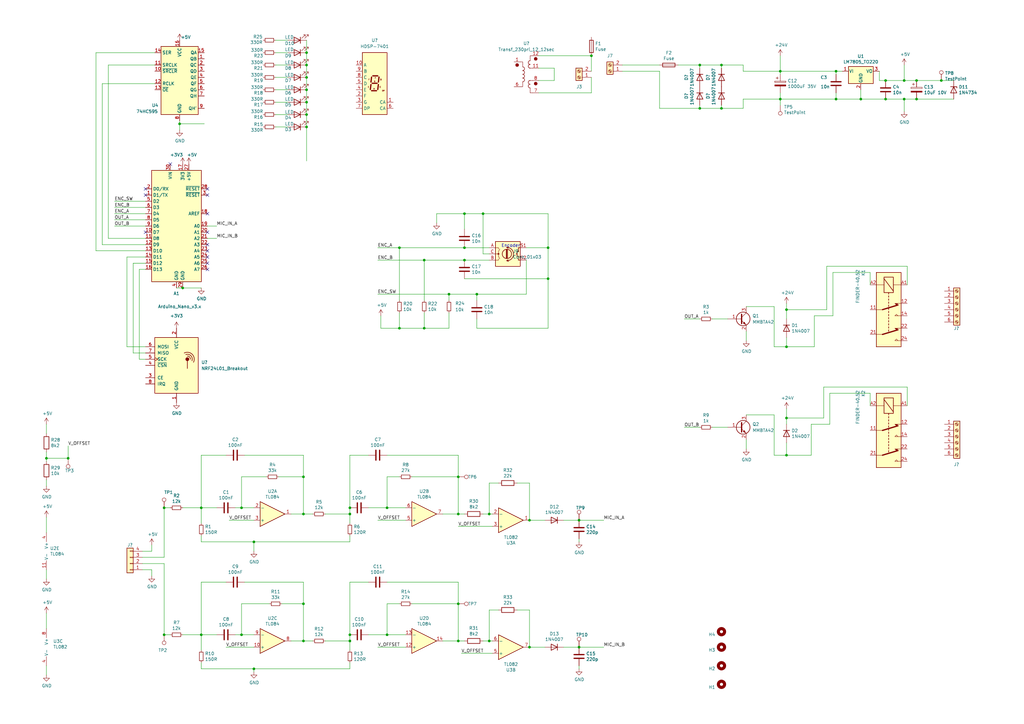
<source format=kicad_sch>
(kicad_sch (version 20211123) (generator eeschema)
  (paper "A3")
  (junction (at 200.66 210.82))
  (junction (at 287.02 26.67))
  (junction (at 163.83 101.6))
  (junction (at 173.99 106.68))
  (junction (at 217.17 265.43))
  (junction (at 322.58 127))
  (junction (at 143.51 260.35))
  (junction (at 187.96 210.82))
  (junction (at 386.08 33.02))
  (junction (at 190.5 87.63))
  (junction (at 224.79 101.6))
  (junction (at 124.46 247.65))
  (junction (at 104.14 274.32))
  (junction (at 342.9 40.64))
  (junction (at 287.02 44.45))
  (junction (at 370.84 40.64))
  (junction (at 82.55 208.28))
  (junction (at 224.79 114.3))
  (junction (at 375.92 40.64))
  (junction (at 320.04 29.21))
  (junction (at 124.46 210.82))
  (junction (at 158.75 208.28))
  (junction (at 73.66 50.8))
  (junction (at 67.31 260.35))
  (junction (at 125.73 26.67))
  (junction (at 363.22 40.64))
  (junction (at 200.66 262.89))
  (junction (at 82.55 260.35))
  (junction (at 342.9 29.21))
  (junction (at 295.91 44.45))
  (junction (at 143.51 208.28))
  (junction (at 19.05 187.96))
  (junction (at 124.46 262.89))
  (junction (at 173.99 134.62))
  (junction (at 322.58 142.24))
  (junction (at 237.49 213.36))
  (junction (at 187.96 195.58))
  (junction (at 125.73 31.75))
  (junction (at 125.73 41.91))
  (junction (at 198.12 87.63))
  (junction (at 184.15 120.65))
  (junction (at 363.22 33.02))
  (junction (at 125.73 21.59))
  (junction (at 353.06 40.64))
  (junction (at 322.58 171.45))
  (junction (at 104.14 222.25))
  (junction (at 322.58 186.69))
  (junction (at 242.57 22.86))
  (junction (at 143.51 262.89))
  (junction (at 99.06 208.28))
  (junction (at 74.93 118.11))
  (junction (at 187.96 247.65))
  (junction (at 158.75 260.35))
  (junction (at 125.73 52.07))
  (junction (at 124.46 195.58))
  (junction (at 237.49 265.43))
  (junction (at 99.06 260.35))
  (junction (at 190.5 101.6))
  (junction (at 195.58 120.65))
  (junction (at 295.91 26.67))
  (junction (at 125.73 46.99))
  (junction (at 370.84 33.02))
  (junction (at 163.83 134.62))
  (junction (at 190.5 106.68))
  (junction (at 187.96 262.89))
  (junction (at 67.31 208.28))
  (junction (at 125.73 36.83))
  (junction (at 217.17 213.36))
  (junction (at 27.94 187.96))
  (junction (at 375.92 33.02))
  (junction (at 320.04 40.64))
  (junction (at 143.51 210.82))
  (no_connect (at 85.09 87.63))
  (no_connect (at 85.09 80.01))
  (no_connect (at 85.09 110.49))
  (no_connect (at 59.69 77.47))
  (no_connect (at 85.09 107.95))
  (no_connect (at 69.85 67.31))
  (no_connect (at 85.09 105.41))
  (no_connect (at 85.09 100.33))
  (no_connect (at 85.09 95.25))
  (no_connect (at 59.69 95.25))
  (no_connect (at 85.09 77.47))
  (no_connect (at 59.69 80.01))
  (no_connect (at 85.09 102.87))
  (wire (pts (xy 163.83 134.62) (xy 173.99 134.62)))
  (wire (pts (xy 154.94 101.6) (xy 163.83 101.6)))
  (wire (pts (xy 342.9 29.21) (xy 345.44 29.21)))
  (wire (pts (xy 200.66 262.89) (xy 201.93 262.89)))
  (wire (pts (xy 109.22 195.58) (xy 99.06 195.58)))
  (wire (pts (xy 158.75 238.76) (xy 187.96 238.76)))
  (wire (pts (xy 353.06 36.83) (xy 353.06 40.64)))
  (wire (pts (xy 386.08 33.02) (xy 375.92 33.02)))
  (wire (pts (xy 187.96 215.9) (xy 201.93 215.9)))
  (wire (pts (xy 113.03 31.75) (xy 118.11 31.75)))
  (wire (pts (xy 237.49 273.05) (xy 237.49 274.32)))
  (wire (pts (xy 322.58 127) (xy 322.58 130.81)))
  (wire (pts (xy 190.5 101.6) (xy 200.66 101.6)))
  (wire (pts (xy 342.9 40.64) (xy 353.06 40.64)))
  (wire (pts (xy 125.73 52.07) (xy 125.73 66.04)))
  (wire (pts (xy 143.51 208.28) (xy 143.51 186.69)))
  (wire (pts (xy 125.73 26.67) (xy 125.73 31.75)))
  (wire (pts (xy 339.09 109.22) (xy 372.11 109.22)))
  (wire (pts (xy 72.39 118.11) (xy 74.93 118.11)))
  (wire (pts (xy 154.94 106.68) (xy 173.99 106.68)))
  (wire (pts (xy 82.55 260.35) (xy 82.55 266.7)))
  (wire (pts (xy 104.14 222.25) (xy 143.51 222.25)))
  (wire (pts (xy 19.05 212.09) (xy 19.05 218.44)))
  (wire (pts (xy 19.05 185.42) (xy 19.05 187.96)))
  (wire (pts (xy 41.91 100.33) (xy 59.69 100.33)))
  (wire (pts (xy 334.01 129.54) (xy 334.01 142.24)))
  (wire (pts (xy 54.61 107.95) (xy 59.69 107.95)))
  (wire (pts (xy 67.31 208.28) (xy 69.85 208.28)))
  (wire (pts (xy 173.99 134.62) (xy 184.15 134.62)))
  (wire (pts (xy 63.5 34.29) (xy 41.91 34.29)))
  (wire (pts (xy 195.58 134.62) (xy 195.58 130.81)))
  (wire (pts (xy 143.51 222.25) (xy 143.51 219.71)))
  (wire (pts (xy 114.3 195.58) (xy 124.46 195.58)))
  (wire (pts (xy 227.33 33.02) (xy 227.33 27.94)))
  (wire (pts (xy 143.51 186.69) (xy 151.13 186.69)))
  (wire (pts (xy 63.5 21.59) (xy 39.37 21.59)))
  (wire (pts (xy 85.09 97.79) (xy 88.9 97.79)))
  (wire (pts (xy 320.04 40.64) (xy 320.04 43.18)))
  (wire (pts (xy 82.55 238.76) (xy 92.71 238.76)))
  (wire (pts (xy 82.55 222.25) (xy 82.55 219.71)))
  (wire (pts (xy 82.55 186.69) (xy 92.71 186.69)))
  (wire (pts (xy 143.51 210.82) (xy 143.51 208.28)))
  (wire (pts (xy 340.36 173.99) (xy 340.36 161.29)))
  (wire (pts (xy 99.06 208.28) (xy 104.14 208.28)))
  (wire (pts (xy 19.05 187.96) (xy 19.05 189.23)))
  (wire (pts (xy 195.58 123.19) (xy 195.58 120.65)))
  (wire (pts (xy 231.14 213.36) (xy 237.49 213.36)))
  (wire (pts (xy 332.74 173.99) (xy 340.36 173.99)))
  (wire (pts (xy 237.49 213.36) (xy 247.65 213.36)))
  (wire (pts (xy 212.09 250.19) (xy 217.17 250.19)))
  (wire (pts (xy 200.66 198.12) (xy 200.66 210.82)))
  (wire (pts (xy 372.11 109.22) (xy 372.11 116.84)))
  (wire (pts (xy 173.99 123.19) (xy 173.99 106.68)))
  (wire (pts (xy 82.55 260.35) (xy 82.55 238.76)))
  (wire (pts (xy 124.46 262.89) (xy 119.38 262.89)))
  (wire (pts (xy 46.99 85.09) (xy 59.69 85.09)))
  (wire (pts (xy 217.17 250.19) (xy 217.17 265.43)))
  (wire (pts (xy 304.8 26.67) (xy 304.8 29.21)))
  (wire (pts (xy 317.5 186.69) (xy 322.58 186.69)))
  (wire (pts (xy 255.27 26.67) (xy 270.51 26.67)))
  (wire (pts (xy 82.55 208.28) (xy 88.9 208.28)))
  (wire (pts (xy 200.66 210.82) (xy 201.93 210.82)))
  (wire (pts (xy 19.05 273.05) (xy 19.05 276.86)))
  (wire (pts (xy 163.83 123.19) (xy 163.83 101.6)))
  (wire (pts (xy 306.07 184.15) (xy 306.07 180.34)))
  (wire (pts (xy 163.83 101.6) (xy 190.5 101.6)))
  (wire (pts (xy 19.05 196.85) (xy 19.05 199.39)))
  (wire (pts (xy 190.5 114.3) (xy 224.79 114.3)))
  (wire (pts (xy 128.27 210.82) (xy 124.46 210.82)))
  (wire (pts (xy 184.15 123.19) (xy 184.15 120.65)))
  (wire (pts (xy 59.69 144.78) (xy 54.61 144.78)))
  (wire (pts (xy 124.46 247.65) (xy 124.46 262.89)))
  (wire (pts (xy 104.14 274.32) (xy 143.51 274.32)))
  (wire (pts (xy 54.61 144.78) (xy 54.61 107.95)))
  (wire (pts (xy 93.98 213.36) (xy 104.14 213.36)))
  (wire (pts (xy 124.46 238.76) (xy 124.46 247.65)))
  (wire (pts (xy 334.01 142.24) (xy 322.58 142.24)))
  (wire (pts (xy 125.73 31.75) (xy 125.73 36.83)))
  (wire (pts (xy 125.73 36.83) (xy 125.73 41.91)))
  (wire (pts (xy 85.09 92.71) (xy 88.9 92.71)))
  (wire (pts (xy 58.42 226.06) (xy 62.23 226.06)))
  (wire (pts (xy 217.17 265.43) (xy 223.52 265.43)))
  (wire (pts (xy 317.5 170.18) (xy 317.5 186.69)))
  (wire (pts (xy 163.83 128.27) (xy 163.83 134.62)))
  (wire (pts (xy 73.66 50.8) (xy 73.66 53.34)))
  (wire (pts (xy 143.51 214.63) (xy 143.51 210.82)))
  (wire (pts (xy 322.58 171.45) (xy 322.58 173.99)))
  (wire (pts (xy 320.04 30.48) (xy 320.04 29.21)))
  (wire (pts (xy 52.07 142.24) (xy 52.07 105.41)))
  (wire (pts (xy 356.87 111.76) (xy 341.63 111.76)))
  (wire (pts (xy 187.96 210.82) (xy 190.5 210.82)))
  (wire (pts (xy 82.55 274.32) (xy 104.14 274.32)))
  (wire (pts (xy 220.98 22.86) (xy 242.57 22.86)))
  (wire (pts (xy 198.12 104.14) (xy 200.66 104.14)))
  (wire (pts (xy 143.51 262.89) (xy 143.51 260.35)))
  (wire (pts (xy 372.11 158.75) (xy 372.11 166.37)))
  (wire (pts (xy 242.57 31.75) (xy 242.57 38.1)))
  (wire (pts (xy 280.67 175.26) (xy 287.02 175.26)))
  (wire (pts (xy 118.11 26.67) (xy 113.03 26.67)))
  (wire (pts (xy 158.75 186.69) (xy 187.96 186.69)))
  (wire (pts (xy 163.83 247.65) (xy 158.75 247.65)))
  (wire (pts (xy 154.94 265.43) (xy 166.37 265.43)))
  (wire (pts (xy 295.91 26.67) (xy 304.8 26.67)))
  (wire (pts (xy 190.5 93.98) (xy 190.5 87.63)))
  (wire (pts (xy 304.8 29.21) (xy 320.04 29.21)))
  (wire (pts (xy 184.15 120.65) (xy 195.58 120.65)))
  (wire (pts (xy 287.02 44.45) (xy 287.02 43.18)))
  (wire (pts (xy 322.58 127) (xy 339.09 127)))
  (wire (pts (xy 375.92 33.02) (xy 370.84 33.02)))
  (wire (pts (xy 92.71 265.43) (xy 104.14 265.43)))
  (wire (pts (xy 287.02 44.45) (xy 295.91 44.45)))
  (wire (pts (xy 58.42 228.6) (xy 67.31 228.6)))
  (wire (pts (xy 99.06 247.65) (xy 99.06 260.35)))
  (wire (pts (xy 217.17 213.36) (xy 223.52 213.36)))
  (wire (pts (xy 304.8 40.64) (xy 320.04 40.64)))
  (wire (pts (xy 217.17 198.12) (xy 217.17 213.36)))
  (wire (pts (xy 322.58 186.69) (xy 332.74 186.69)))
  (wire (pts (xy 363.22 33.02) (xy 370.84 33.02)))
  (wire (pts (xy 46.99 92.71) (xy 59.69 92.71)))
  (wire (pts (xy 320.04 22.86) (xy 320.04 29.21)))
  (wire (pts (xy 215.9 120.65) (xy 195.58 120.65)))
  (wire (pts (xy 115.57 247.65) (xy 124.46 247.65)))
  (wire (pts (xy 67.31 228.6) (xy 67.31 208.28)))
  (wire (pts (xy 187.96 195.58) (xy 187.96 210.82)))
  (wire (pts (xy 27.94 182.88) (xy 27.94 187.96)))
  (wire (pts (xy 158.75 195.58) (xy 158.75 208.28)))
  (wire (pts (xy 44.45 26.67) (xy 44.45 97.79)))
  (wire (pts (xy 104.14 222.25) (xy 104.14 226.06)))
  (wire (pts (xy 320.04 40.64) (xy 342.9 40.64)))
  (wire (pts (xy 306.07 125.73) (xy 317.5 125.73)))
  (wire (pts (xy 173.99 106.68) (xy 190.5 106.68)))
  (wire (pts (xy 391.16 33.02) (xy 386.08 33.02)))
  (wire (pts (xy 179.07 87.63) (xy 190.5 87.63)))
  (wire (pts (xy 74.93 118.11) (xy 82.55 118.11)))
  (wire (pts (xy 67.31 260.35) (xy 69.85 260.35)))
  (wire (pts (xy 187.96 247.65) (xy 187.96 262.89)))
  (wire (pts (xy 62.23 226.06) (xy 62.23 223.52)))
  (wire (pts (xy 204.47 198.12) (xy 200.66 198.12)))
  (wire (pts (xy 19.05 251.46) (xy 19.05 257.81)))
  (wire (pts (xy 220.98 38.1) (xy 242.57 38.1)))
  (wire (pts (xy 110.49 247.65) (xy 99.06 247.65)))
  (wire (pts (xy 124.46 195.58) (xy 124.46 210.82)))
  (wire (pts (xy 173.99 128.27) (xy 173.99 134.62)))
  (wire (pts (xy 287.02 26.67) (xy 287.02 27.94)))
  (wire (pts (xy 224.79 114.3) (xy 224.79 134.62)))
  (wire (pts (xy 237.49 220.98) (xy 237.49 222.25)))
  (wire (pts (xy 322.58 167.64) (xy 322.58 171.45)))
  (wire (pts (xy 158.75 260.35) (xy 166.37 260.35)))
  (wire (pts (xy 67.31 231.14) (xy 67.31 260.35)))
  (wire (pts (xy 317.5 142.24) (xy 322.58 142.24)))
  (wire (pts (xy 99.06 195.58) (xy 99.06 208.28)))
  (wire (pts (xy 128.27 262.89) (xy 124.46 262.89)))
  (wire (pts (xy 124.46 210.82) (xy 119.38 210.82)))
  (wire (pts (xy 82.55 208.28) (xy 82.55 186.69)))
  (wire (pts (xy 168.91 195.58) (xy 187.96 195.58)))
  (wire (pts (xy 187.96 186.69) (xy 187.96 195.58)))
  (wire (pts (xy 287.02 26.67) (xy 295.91 26.67)))
  (wire (pts (xy 74.93 260.35) (xy 82.55 260.35)))
  (wire (pts (xy 370.84 40.64) (xy 370.84 45.72)))
  (wire (pts (xy 340.36 161.29) (xy 356.87 161.29)))
  (wire (pts (xy 237.49 265.43) (xy 247.65 265.43)))
  (wire (pts (xy 198.12 87.63) (xy 198.12 104.14)))
  (wire (pts (xy 198.12 262.89) (xy 200.66 262.89)))
  (wire (pts (xy 339.09 127) (xy 339.09 109.22)))
  (wire (pts (xy 133.35 210.82) (xy 143.51 210.82)))
  (wire (pts (xy 224.79 101.6) (xy 215.9 101.6)))
  (wire (pts (xy 278.13 26.67) (xy 287.02 26.67)))
  (wire (pts (xy 270.51 44.45) (xy 287.02 44.45)))
  (wire (pts (xy 280.67 130.81) (xy 287.02 130.81)))
  (wire (pts (xy 82.55 222.25) (xy 104.14 222.25)))
  (wire (pts (xy 125.73 41.91) (xy 125.73 46.99)))
  (wire (pts (xy 58.42 233.68) (xy 62.23 233.68)))
  (wire (pts (xy 59.69 147.32) (xy 57.15 147.32)))
  (wire (pts (xy 306.07 170.18) (xy 317.5 170.18)))
  (wire (pts (xy 342.9 30.48) (xy 342.9 29.21)))
  (wire (pts (xy 41.91 34.29) (xy 41.91 100.33)))
  (wire (pts (xy 187.96 262.89) (xy 190.5 262.89)))
  (wire (pts (xy 317.5 125.73) (xy 317.5 142.24)))
  (wire (pts (xy 158.75 208.28) (xy 166.37 208.28)))
  (wire (pts (xy 154.94 213.36) (xy 166.37 213.36)))
  (wire (pts (xy 190.5 106.68) (xy 200.66 106.68)))
  (wire (pts (xy 184.15 134.62) (xy 184.15 128.27)))
  (wire (pts (xy 363.22 40.64) (xy 370.84 40.64)))
  (wire (pts (xy 295.91 44.45) (xy 304.8 44.45)))
  (wire (pts (xy 118.11 21.59) (xy 113.03 21.59)))
  (wire (pts (xy 370.84 40.64) (xy 375.92 40.64)))
  (wire (pts (xy 360.68 33.02) (xy 363.22 33.02)))
  (wire (pts (xy 356.87 116.84) (xy 356.87 111.76)))
  (wire (pts (xy 360.68 29.21) (xy 360.68 33.02)))
  (wire (pts (xy 332.74 186.69) (xy 332.74 173.99)))
  (wire (pts (xy 158.75 247.65) (xy 158.75 260.35)))
  (wire (pts (xy 151.13 208.28) (xy 158.75 208.28)))
  (wire (pts (xy 212.09 198.12) (xy 217.17 198.12)))
  (wire (pts (xy 100.33 238.76) (xy 124.46 238.76)))
  (wire (pts (xy 82.55 274.32) (xy 82.55 271.78)))
  (wire (pts (xy 83.82 50.8) (xy 73.66 50.8)))
  (wire (pts (xy 154.94 120.65) (xy 184.15 120.65)))
  (wire (pts (xy 57.15 147.32) (xy 57.15 110.49)))
  (wire (pts (xy 125.73 21.59) (xy 125.73 26.67)))
  (wire (pts (xy 195.58 134.62) (xy 224.79 134.62)))
  (wire (pts (xy 200.66 250.19) (xy 200.66 262.89)))
  (wire (pts (xy 227.33 27.94) (xy 220.98 27.94)))
  (wire (pts (xy 113.03 52.07) (xy 118.11 52.07)))
  (wire (pts (xy 96.52 208.28) (xy 99.06 208.28)))
  (wire (pts (xy 156.21 129.54) (xy 156.21 134.62)))
  (wire (pts (xy 320.04 38.1) (xy 320.04 40.64)))
  (wire (pts (xy 100.33 186.69) (xy 124.46 186.69)))
  (wire (pts (xy 52.07 105.41) (xy 59.69 105.41)))
  (wire (pts (xy 46.99 90.17) (xy 59.69 90.17)))
  (wire (pts (xy 322.58 124.46) (xy 322.58 127)))
  (wire (pts (xy 125.73 46.99) (xy 125.73 52.07)))
  (wire (pts (xy 204.47 250.19) (xy 200.66 250.19)))
  (wire (pts (xy 187.96 210.82) (xy 181.61 210.82)))
  (wire (pts (xy 113.03 41.91) (xy 118.11 41.91)))
  (wire (pts (xy 57.15 110.49) (xy 59.69 110.49)))
  (wire (pts (xy 124.46 186.69) (xy 124.46 195.58)))
  (wire (pts (xy 353.06 40.64) (xy 363.22 40.64)))
  (wire (pts (xy 292.1 175.26) (xy 298.45 175.26)))
  (wire (pts (xy 322.58 171.45) (xy 337.82 171.45)))
  (wire (pts (xy 63.5 26.67) (xy 44.45 26.67)))
  (wire (pts (xy 292.1 130.81) (xy 298.45 130.81)))
  (wire (pts (xy 342.9 38.1) (xy 342.9 40.64)))
  (wire (pts (xy 58.42 231.14) (xy 67.31 231.14)))
  (wire (pts (xy 62.23 233.68) (xy 62.23 236.22)))
  (wire (pts (xy 242.57 22.86) (xy 242.57 29.21)))
  (wire (pts (xy 224.79 114.3) (xy 224.79 101.6)))
  (wire (pts (xy 133.35 262.89) (xy 143.51 262.89)))
  (wire (pts (xy 46.99 82.55) (xy 59.69 82.55)))
  (wire (pts (xy 96.52 260.35) (xy 99.06 260.35)))
  (wire (pts (xy 270.51 29.21) (xy 270.51 44.45)))
  (wire (pts (xy 125.73 16.51) (xy 125.73 21.59)))
  (wire (pts (xy 189.23 267.97) (xy 201.93 267.97)))
  (wire (pts (xy 168.91 247.65) (xy 187.96 247.65)))
  (wire (pts (xy 59.69 142.24) (xy 52.07 142.24)))
  (wire (pts (xy 306.07 139.7) (xy 306.07 135.89)))
  (wire (pts (xy 255.27 29.21) (xy 270.51 29.21)))
  (wire (pts (xy 341.63 111.76) (xy 341.63 129.54)))
  (wire (pts (xy 143.51 266.7) (xy 143.51 262.89)))
  (wire (pts (xy 220.98 33.02) (xy 227.33 33.02)))
  (wire (pts (xy 337.82 171.45) (xy 337.82 158.75)))
  (wire (pts (xy 19.05 237.49) (xy 19.05 233.68)))
  (wire (pts (xy 341.63 129.54) (xy 334.01 129.54)))
  (wire (pts (xy 74.93 208.28) (xy 82.55 208.28)))
  (wire (pts (xy 198.12 210.82) (xy 200.66 210.82)))
  (wire (pts (xy 113.03 16.51) (xy 118.11 16.51)))
  (wire (pts (xy 143.51 274.32) (xy 143.51 271.78)))
  (wire (pts (xy 322.58 138.43) (xy 322.58 142.24)))
  (wire (pts (xy 104.14 274.32) (xy 104.14 275.59)))
  (wire (pts (xy 215.9 106.68) (xy 215.9 120.65)))
  (wire (pts (xy 190.5 87.63) (xy 198.12 87.63)))
  (wire (pts (xy 295.91 44.45) (xy 295.91 43.18)))
  (wire (pts (xy 337.82 158.75) (xy 372.11 158.75)))
  (wire (pts (xy 59.69 87.63) (xy 46.99 87.63)))
  (wire (pts (xy 118.11 36.83) (xy 113.03 36.83)))
  (wire (pts (xy 375.92 40.64) (xy 391.16 40.64)))
  (wire (pts (xy 370.84 33.02) (xy 370.84 26.67)))
  (wire (pts (xy 39.37 102.87) (xy 59.69 102.87)))
  (wire (pts (xy 73.66 49.53) (xy 73.66 50.8)))
  (wire (pts (xy 304.8 44.45) (xy 304.8 40.64)))
  (wire (pts (xy 82.55 208.28) (xy 82.55 214.63)))
  (wire (pts (xy 143.51 238.76) (xy 151.13 238.76)))
  (wire (pts (xy 356.87 161.29) (xy 356.87 166.37)))
  (wire (pts (xy 231.14 265.43) (xy 237.49 265.43)))
  (wire (pts (xy 224.79 101.6) (xy 224.79 87.63)))
  (wire (pts (xy 99.06 260.35) (xy 104.14 260.35)))
  (wire (pts (xy 198.12 87.63) (xy 224.79 87.63)))
  (wire (pts (xy 19.05 173.99) (xy 19.05 177.8)))
  (wire (pts (xy 179.07 91.44) (xy 179.07 87.63)))
  (wire (pts (xy 151.13 260.35) (xy 158.75 260.35)))
  (wire (pts (xy 295.91 26.67) (xy 295.91 27.94)))
  (wire (pts (xy 82.55 260.35) (xy 88.9 260.35)))
  (wire (pts (xy 187.96 262.89) (xy 181.61 262.89)))
  (wire (pts (xy 143.51 260.35) (xy 143.51 238.76)))
  (wire (pts (xy 27.94 187.96) (xy 19.05 187.96)))
  (wire (pts (xy 320.04 29.21) (xy 342.9 29.21)))
  (wire (pts (xy 39.37 21.59) (xy 39.37 102.87)))
  (wire (pts (xy 118.11 46.99) (xy 113.03 46.99)))
  (wire (pts (xy 322.58 181.61) (xy 322.58 186.69)))
  (wire (pts (xy 163.83 195.58) (xy 158.75 195.58)))
  (wire (pts (xy 44.45 97.79) (xy 59.69 97.79)))
  (wire (pts (xy 156.21 134.62) (xy 163.83 134.62)))
  (wire (pts (xy 187.96 238.76) (xy 187.96 247.65)))
  (text "Encoder" (at 213.36 101.6 180) (effects (font (size 1.27 1.27)) (justify right bottom)))
  (label "OUT_B" (at 280.67 175.26 0))
  (label "MIC_IN_A" (at 247.65 213.36 0))
  (label "ENC_SW" (at 46.99 82.55 0))
  (label "OUT_A" (at 46.99 90.17 0))
  (label "OUT_B" (at 46.99 92.71 0))
  (label "ENC_SW" (at 154.94 120.65 0))
  (label "MIC_IN_B" (at 247.65 265.43 0))
  (label "ENC_B" (at 46.99 85.09 0))
  (label "ENC_A" (at 46.99 87.63 0))
  (label "V_OFFSET" (at 187.96 215.9 0))
  (label "V_OFFSET" (at 92.71 265.43 0))
  (label "MIC_IN_A" (at 88.9 92.71 0))
  (label "MIC_IN_B" (at 88.9 97.79 0))
  (label "V_OFFSET" (at 93.98 213.36 0))
  (label "V_OFFSET" (at 189.23 267.97 0))
  (label "V_OFFSET" (at 154.94 265.43 0))
  (label "V_OFFSET" (at 27.94 182.88 0))
  (label "ENC_B" (at 154.94 106.68 0))
  (label "OUT_A" (at 280.67 130.81 0))
  (label "V_OFFSET" (at 154.94 213.36 0))
  (label "ENC_A" (at 154.94 101.6 0))
  (symbol (lib_id "MCU_Module:Arduino_Nano_v3.x") (at 72.39 92.71 0) (unit 1)
    (property "Reference" "A1" (at 72.39 120.3706 0))
    (property "Value" "Arduino_Nano_v3.x" (at 73.66 125.73 0))
    (property "Footprint" "Module:Arduino_Nano" (effects hide))
    (property "Datasheet" "http://www.mouser.com/pdfdocs/Gravitech_Arduino_Nano3_0.pdf" (effects hide))
  )
  (symbol (lib_id "Amplifier_Operational:TL084") (at 111.76 210.82 0) (mirror x) (unit 1)
    (property "Reference" "U2" (at 111.76 201.4982 0))
    (property "Value" "TL084" (at 111.76 203.8096 0))
    (property "Footprint" "Package_SO:SO-14_3.9x8.65mm_P1.27mm" (effects hide))
    (property "Datasheet" "http://www.ti.com/lit/ds/symlink/tl081.pdf" (effects hide))
    (property "Footprint2" "Package_DIP:DIP-14_W7.62mm_Socket" (effects hide))
  )
  (symbol (lib_id "Amplifier_Operational:TL084") (at 173.99 210.82 0) (mirror x) (unit 2)
    (property "Reference" "U2" (at 173.99 201.4982 0))
    (property "Value" "TL084" (at 173.99 203.8096 0))
    (property "Footprint" "Package_SO:SO-14_3.9x8.65mm_P1.27mm" (effects hide))
    (property "Datasheet" "http://www.ti.com/lit/ds/symlink/tl081.pdf" (effects hide))
  )
  (symbol (lib_id "Amplifier_Operational:TL084") (at 21.59 226.06 0) (unit 5)
    (property "Reference" "U2" (at 20.5232 224.8916 0) (effects (justify left)))
    (property "Value" "TL084" (at 20.5232 227.203 0) (effects (justify left)))
    (property "Footprint" "Package_SO:SO-14_3.9x8.65mm_P1.27mm" (effects hide))
    (property "Datasheet" "http://www.ti.com/lit/ds/symlink/tl081.pdf" (effects hide))
  )
  (symbol (lib_id "power:GND") (at 19.05 237.49 0) (unit 1)
    (property "Reference" "#PWR0101" (effects hide))
    (property "Value" "GND" (at 19.177 241.8842 0))
  )
  (symbol (lib_id "power:GND") (at 82.55 118.11 0) (unit 1)
    (property "Reference" "#PWR0102" (effects hide))
    (property "Value" "GND" (at 82.677 122.5042 0))
  )
  (symbol (lib_id "Device:R_Small") (at 289.56 130.81 270) (unit 1)
    (property "Reference" "R3" (at 289.56 125.8316 90))
    (property "Value" "1k" (at 289.56 128.143 90))
    (property "Footprint" "Resistor_SMD:R_0805_2012Metric_Pad1.20x1.40mm_HandSolder" (effects hide))
  )
  (symbol (lib_id "Device:R_Small") (at 111.76 195.58 270) (unit 1)
    (property "Reference" "R4" (at 111.76 190.6016 90))
    (property "Value" "33k" (at 111.76 192.913 90))
    (property "Footprint" "Resistor_SMD:R_0805_2012Metric_Pad1.20x1.40mm_HandSolder" (effects hide))
  )
  (symbol (lib_id "Device:R_Small") (at 72.39 208.28 270) (unit 1)
    (property "Reference" "R2" (at 72.39 203.3016 90))
    (property "Value" "12k" (at 72.39 205.613 90))
    (property "Footprint" "Resistor_SMD:R_0805_2012Metric_Pad1.20x1.40mm_HandSolder" (effects hide))
  )
  (symbol (lib_id "Device:R_Small") (at 82.55 217.17 0) (unit 1)
    (property "Reference" "R1" (at 84.0486 216.0016 0) (effects (justify left)))
    (property "Value" "150R" (at 84.0486 218.313 0) (effects (justify left)))
    (property "Footprint" "Resistor_SMD:R_0805_2012Metric_Pad1.20x1.40mm_HandSolder" (effects hide))
  )
  (symbol (lib_id "Device:R_Small") (at 130.81 210.82 270) (unit 1)
    (property "Reference" "R5" (at 130.81 205.8416 90))
    (property "Value" "12k" (at 130.81 208.153 90))
    (property "Footprint" "Resistor_SMD:R_0805_2012Metric_Pad1.20x1.40mm_HandSolder" (effects hide))
  )
  (symbol (lib_id "Device:R_Small") (at 143.51 217.17 0) (unit 1)
    (property "Reference" "R6" (at 145.0086 216.0016 0) (effects (justify left)))
    (property "Value" "120R" (at 145.0086 218.313 0) (effects (justify left)))
    (property "Footprint" "Resistor_SMD:R_0805_2012Metric_Pad1.20x1.40mm_HandSolder" (effects hide))
  )
  (symbol (lib_id "Device:R_Small") (at 166.37 195.58 270) (unit 1)
    (property "Reference" "R8" (at 166.37 190.6016 90))
    (property "Value" "27k" (at 166.37 192.913 90))
    (property "Footprint" "Resistor_SMD:R_0805_2012Metric_Pad1.20x1.40mm_HandSolder" (effects hide))
  )
  (symbol (lib_id "Device:C") (at 92.71 208.28 270) (unit 1)
    (property "Reference" "C1" (at 92.71 201.8792 90))
    (property "Value" "100nF" (at 92.71 204.1906 90))
    (property "Footprint" "Capacitor_SMD:C_0805_2012Metric_Pad1.18x1.45mm_HandSolder" (effects hide))
  )
  (symbol (lib_id "Device:C") (at 96.52 186.69 270) (unit 1)
    (property "Reference" "C2" (at 96.52 180.2892 90))
    (property "Value" "100nF" (at 96.52 182.6006 90))
    (property "Footprint" "Capacitor_SMD:C_0805_2012Metric_Pad1.18x1.45mm_HandSolder" (effects hide))
  )
  (symbol (lib_id "Device:C") (at 342.9 34.29 0) (unit 1)
    (property "Reference" "C3" (at 336.55 31.75 0) (effects (justify left)))
    (property "Value" "10n" (at 336.55 35.56 0) (effects (justify left)))
    (property "Footprint" "Capacitor_SMD:C_0805_2012Metric_Pad1.18x1.45mm_HandSolder" (effects hide))
  )
  (symbol (lib_id "Device:C") (at 363.22 36.83 0) (unit 1)
    (property "Reference" "C4" (at 366.141 35.6616 0) (effects (justify left)))
    (property "Value" "10n" (at 366.141 37.973 0) (effects (justify left)))
    (property "Footprint" "Capacitor_SMD:C_0805_2012Metric_Pad1.18x1.45mm_HandSolder" (effects hide))
  )
  (symbol (lib_id "Device:C") (at 147.32 208.28 270) (unit 1)
    (property "Reference" "C6" (at 147.32 201.8792 90))
    (property "Value" "100nF" (at 147.32 204.1906 90))
    (property "Footprint" "Capacitor_SMD:C_0805_2012Metric_Pad1.18x1.45mm_HandSolder" (effects hide))
  )
  (symbol (lib_id "Device:C") (at 154.94 186.69 270) (unit 1)
    (property "Reference" "C7" (at 154.94 180.2892 90))
    (property "Value" "100nF" (at 154.94 182.6006 90))
    (property "Footprint" "Capacitor_SMD:C_0805_2012Metric_Pad1.18x1.45mm_HandSolder" (effects hide))
  )
  (symbol (lib_id "Regulator_Linear:LM7805_TO220") (at 353.06 29.21 0) (unit 1)
    (property "Reference" "U1" (at 353.06 23.0632 0))
    (property "Value" "LM7805_TO220" (at 353.06 25.3746 0))
    (property "Footprint" "Package_TO_SOT_THT:TO-220-3_Vertical" (effects hide))
    (property "Datasheet" "https://www.onsemi.cn/PowerSolutions/document/MC7800-D.PDF" (effects hide))
  )
  (symbol (lib_id "Relay:FINDER-40.52") (at 364.49 127 270) (unit 1)
    (property "Reference" "K1" (at 354.1014 110.49 0) (effects (justify left)))
    (property "Value" "FINDER-40.52" (at 351.79 110.49 0) (effects (justify left)))
    (property "Footprint" "Relay_THT:Relay_DPDT_Finder_40.52" (effects hide))
    (property "Datasheet" "http://gfinder.findernet.com/assets/Series/353/S40EN.pdf" (effects hide))
  )
  (symbol (lib_id "Relay:FINDER-40.52") (at 364.49 176.53 270) (unit 1)
    (property "Reference" "K2" (at 354.1014 160.02 0) (effects (justify left)))
    (property "Value" "FINDER-40.52" (at 351.79 160.02 0) (effects (justify left)))
    (property "Footprint" "Relay_THT:Relay_DPDT_Finder_40.52" (effects hide))
    (property "Datasheet" "http://gfinder.findernet.com/assets/Series/353/S40EN.pdf" (effects hide))
  )
  (symbol (lib_id "Diode:1N4007") (at 322.58 134.62 270) (unit 1)
    (property "Reference" "D1" (at 324.612 133.4516 90) (effects (justify left)))
    (property "Value" "1N4007" (at 324.612 135.763 90) (effects (justify left)))
    (property "Footprint" "Diode_SMD:D_SMA_Handsoldering" (effects hide))
    (property "Datasheet" "http://www.vishay.com/docs/88503/1n4001.pdf" (effects hide))
  )
  (symbol (lib_id "Diode:1N4007") (at 322.58 177.8 270) (unit 1)
    (property "Reference" "D2" (at 324.612 176.6316 90) (effects (justify left)))
    (property "Value" "1N4007" (at 324.612 178.943 90) (effects (justify left)))
    (property "Footprint" "Diode_SMD:D_SMA_Handsoldering" (effects hide))
    (property "Datasheet" "http://www.vishay.com/docs/88503/1n4001.pdf" (effects hide))
  )
  (symbol (lib_id "power:GND") (at 306.07 184.15 0) (unit 1)
    (property "Reference" "#PWR0103" (effects hide))
    (property "Value" "GND" (at 306.197 188.5442 0))
  )
  (symbol (lib_id "power:GND") (at 306.07 139.7 0) (unit 1)
    (property "Reference" "#PWR0104" (effects hide))
    (property "Value" "GND" (at 306.197 144.0942 0))
  )
  (symbol (lib_id "Device:R_Small") (at 289.56 175.26 270) (unit 1)
    (property "Reference" "R9" (at 289.56 170.2816 90))
    (property "Value" "1k" (at 289.56 172.593 90))
    (property "Footprint" "Resistor_SMD:R_0805_2012Metric_Pad1.20x1.40mm_HandSolder" (effects hide))
  )
  (symbol (lib_id "power:GND") (at 104.14 226.06 0) (unit 1)
    (property "Reference" "#PWR0105" (effects hide))
    (property "Value" "GND" (at 104.267 230.4542 0))
  )
  (symbol (lib_id "Amplifier_Operational:TL082") (at 209.55 213.36 0) (mirror x) (unit 1)
    (property "Reference" "U3" (at 209.55 222.6818 0))
    (property "Value" "TL082" (at 209.55 220.3704 0))
    (property "Footprint" "Package_SO:SO-8_3.9x4.9mm_P1.27mm" (effects hide))
    (property "Datasheet" "http://www.ti.com/lit/ds/symlink/tl081.pdf" (effects hide))
  )
  (symbol (lib_id "Device:R") (at 194.31 210.82 270) (unit 1)
    (property "Reference" "R30" (at 194.31 205.5622 90))
    (property "Value" "8k2" (at 194.31 207.8736 90))
    (property "Footprint" "Resistor_SMD:R_0805_2012Metric_Pad1.20x1.40mm_HandSolder" (effects hide))
  )
  (symbol (lib_id "Device:R") (at 208.28 198.12 270) (unit 1)
    (property "Reference" "R32" (at 208.28 192.8622 90))
    (property "Value" "22k" (at 208.28 195.1736 90))
    (property "Footprint" "Resistor_SMD:R_0805_2012Metric_Pad1.20x1.40mm_HandSolder" (effects hide))
  )
  (symbol (lib_id "power:+5V") (at 19.05 212.09 0) (unit 1)
    (property "Reference" "#PWR08" (effects hide))
    (property "Value" "+5V" (at 19.431 207.6958 0))
  )
  (symbol (lib_id "power:+5V") (at 370.84 26.67 0) (unit 1)
    (property "Reference" "#PWR03" (effects hide))
    (property "Value" "+5V" (at 371.221 22.2758 0))
  )
  (symbol (lib_id "power:GND") (at 370.84 45.72 0) (unit 1)
    (property "Reference" "#PWR04" (effects hide))
    (property "Value" "GND" (at 370.967 50.1142 0))
  )
  (symbol (lib_id "Amplifier_Operational:TL082") (at 21.59 265.43 0) (unit 3)
    (property "Reference" "U3" (at 21.7932 262.9916 0) (effects (justify left)))
    (property "Value" "TL082" (at 21.7932 265.303 0) (effects (justify left)))
    (property "Footprint" "Package_SO:SO-8_3.9x4.9mm_P1.27mm" (effects hide))
    (property "Datasheet" "http://www.ti.com/lit/ds/symlink/tl081.pdf" (effects hide))
  )
  (symbol (lib_id "power:GND") (at 19.05 276.86 0) (unit 1)
    (property "Reference" "#PWR016" (effects hide))
    (property "Value" "GND" (at 19.177 281.2542 0))
  )
  (symbol (lib_id "power:+5V") (at 19.05 251.46 0) (unit 1)
    (property "Reference" "#PWR015" (effects hide))
    (property "Value" "+5V" (at 19.431 247.0658 0))
  )
  (symbol (lib_id "Amplifier_Operational:TL084") (at 111.76 262.89 0) (mirror x) (unit 3)
    (property "Reference" "U2" (at 111.76 253.5682 0))
    (property "Value" "TL084" (at 111.76 255.8796 0))
    (property "Footprint" "Package_SO:SO-14_3.9x8.65mm_P1.27mm" (effects hide))
    (property "Datasheet" "http://www.ti.com/lit/ds/symlink/tl081.pdf" (effects hide))
  )
  (symbol (lib_id "Amplifier_Operational:TL084") (at 173.99 262.89 0) (mirror x) (unit 4)
    (property "Reference" "U2" (at 173.99 253.5682 0))
    (property "Value" "TL084" (at 173.99 255.8796 0))
    (property "Footprint" "Package_SO:SO-14_3.9x8.65mm_P1.27mm" (effects hide))
    (property "Datasheet" "http://www.ti.com/lit/ds/symlink/tl081.pdf" (effects hide))
  )
  (symbol (lib_id "Device:R_Small") (at 113.03 247.65 270) (unit 1)
    (property "Reference" "R11" (at 113.03 242.6716 90))
    (property "Value" "33k" (at 113.03 244.983 90))
    (property "Footprint" "Resistor_SMD:R_0805_2012Metric_Pad1.20x1.40mm_HandSolder" (effects hide))
  )
  (symbol (lib_id "Device:R_Small") (at 72.39 260.35 270) (unit 1)
    (property "Reference" "R7" (at 72.39 255.3716 90))
    (property "Value" "12k" (at 72.39 257.683 90))
    (property "Footprint" "Resistor_SMD:R_0805_2012Metric_Pad1.20x1.40mm_HandSolder" (effects hide))
  )
  (symbol (lib_id "Device:R_Small") (at 82.55 269.24 0) (unit 1)
    (property "Reference" "R10" (at 84.0486 268.0716 0) (effects (justify left)))
    (property "Value" "150R" (at 84.0486 270.383 0) (effects (justify left)))
    (property "Footprint" "Resistor_SMD:R_0805_2012Metric_Pad1.20x1.40mm_HandSolder" (effects hide))
  )
  (symbol (lib_id "Device:R_Small") (at 130.81 262.89 270) (unit 1)
    (property "Reference" "R12" (at 130.81 257.9116 90))
    (property "Value" "12k" (at 130.81 260.223 90))
    (property "Footprint" "Resistor_SMD:R_0805_2012Metric_Pad1.20x1.40mm_HandSolder" (effects hide))
  )
  (symbol (lib_id "Device:R_Small") (at 143.51 269.24 0) (unit 1)
    (property "Reference" "R13" (at 145.0086 268.0716 0) (effects (justify left)))
    (property "Value" "120R" (at 145.0086 270.383 0) (effects (justify left)))
    (property "Footprint" "Resistor_SMD:R_0805_2012Metric_Pad1.20x1.40mm_HandSolder" (effects hide))
  )
  (symbol (lib_id "Device:R_Small") (at 166.37 247.65 270) (unit 1)
    (property "Reference" "R14" (at 166.37 242.6716 90))
    (property "Value" "27k" (at 166.37 244.983 90))
    (property "Footprint" "Resistor_SMD:R_0805_2012Metric_Pad1.20x1.40mm_HandSolder" (effects hide))
  )
  (symbol (lib_id "Device:C") (at 92.71 260.35 270) (unit 1)
    (property "Reference" "C8" (at 92.71 253.9492 90))
    (property "Value" "100nF" (at 92.71 256.2606 90))
    (property "Footprint" "Capacitor_SMD:C_0805_2012Metric_Pad1.18x1.45mm_HandSolder" (effects hide))
  )
  (symbol (lib_id "Device:C") (at 96.52 238.76 270) (unit 1)
    (property "Reference" "C9" (at 96.52 232.3592 90))
    (property "Value" "100nF" (at 96.52 234.6706 90))
    (property "Footprint" "Capacitor_SMD:C_0805_2012Metric_Pad1.18x1.45mm_HandSolder" (effects hide))
  )
  (symbol (lib_id "Device:C") (at 147.32 260.35 270) (unit 1)
    (property "Reference" "C10" (at 147.32 253.9492 90))
    (property "Value" "100nF" (at 147.32 256.2606 90))
    (property "Footprint" "Capacitor_SMD:C_0805_2012Metric_Pad1.18x1.45mm_HandSolder" (effects hide))
  )
  (symbol (lib_id "Device:C") (at 154.94 238.76 270) (unit 1)
    (property "Reference" "C11" (at 154.94 232.3592 90))
    (property "Value" "100nF" (at 154.94 234.6706 90))
    (property "Footprint" "Capacitor_SMD:C_0805_2012Metric_Pad1.18x1.45mm_HandSolder" (effects hide))
  )
  (symbol (lib_id "power:GND") (at 104.14 275.59 0) (unit 1)
    (property "Reference" "#PWR07" (effects hide))
    (property "Value" "GND" (at 104.267 279.9842 0))
  )
  (symbol (lib_id "Diode:1N4007") (at 227.33 213.36 180) (unit 1)
    (property "Reference" "D12" (at 227.33 207.8482 0))
    (property "Value" "1N4007" (at 227.33 210.1596 0))
    (property "Footprint" "Diode_SMD:D_SMA_Handsoldering" (effects hide))
    (property "Datasheet" "http://www.vishay.com/docs/88503/1n4001.pdf" (effects hide))
  )
  (symbol (lib_id "Device:C") (at 237.49 217.17 0) (unit 1)
    (property "Reference" "C14" (at 240.411 216.0016 0) (effects (justify left)))
    (property "Value" "220p" (at 240.411 218.313 0) (effects (justify left)))
    (property "Footprint" "Capacitor_SMD:C_0805_2012Metric_Pad1.18x1.45mm_HandSolder" (effects hide))
  )
  (symbol (lib_id "power:GND") (at 237.49 222.25 0) (unit 1)
    (property "Reference" "#PWR022" (effects hide))
    (property "Value" "GND" (at 237.617 226.6442 0))
  )
  (symbol (lib_id "Device:LED") (at 121.92 52.07 180) (unit 1)
    (property "Reference" "D3" (at 116.84 53.1114 0) (effects (justify right)))
    (property "Value" "LED" (at 116.84 50.8 0) (effects (justify right)))
    (property "Footprint" "LED_THT:LED_D5.0mm" (effects hide))
  )
  (symbol (lib_id "Device:LED") (at 121.92 46.99 180) (unit 1)
    (property "Reference" "D4" (at 116.84 48.26 0) (effects (justify right)))
    (property "Value" "LED" (at 116.84 45.9486 0) (effects (justify right)))
    (property "Footprint" "LED_THT:LED_D5.0mm" (effects hide))
  )
  (symbol (lib_id "Device:LED") (at 121.92 41.91 180) (unit 1)
    (property "Reference" "D5" (at 116.84 42.9514 0) (effects (justify right)))
    (property "Value" "LED" (at 116.84 40.64 0) (effects (justify right)))
    (property "Footprint" "LED_THT:LED_D5.0mm" (effects hide))
  )
  (symbol (lib_id "Amplifier_Operational:TL082") (at 209.55 265.43 0) (mirror x) (unit 2)
    (property "Reference" "U3" (at 209.55 274.7518 0))
    (property "Value" "TL082" (at 209.55 272.4404 0))
    (property "Footprint" "Package_SO:SO-8_3.9x4.9mm_P1.27mm" (effects hide))
    (property "Datasheet" "http://www.ti.com/lit/ds/symlink/tl081.pdf" (effects hide))
  )
  (symbol (lib_id "Device:R") (at 194.31 262.89 270) (unit 1)
    (property "Reference" "R31" (at 194.31 257.6322 90))
    (property "Value" "8k2" (at 194.31 259.9436 90))
    (property "Footprint" "Resistor_SMD:R_0805_2012Metric_Pad1.20x1.40mm_HandSolder" (effects hide))
  )
  (symbol (lib_id "Device:R") (at 208.28 250.19 270) (unit 1)
    (property "Reference" "R33" (at 208.28 244.9322 90))
    (property "Value" "22k" (at 208.28 247.2436 90))
    (property "Footprint" "Resistor_SMD:R_0805_2012Metric_Pad1.20x1.40mm_HandSolder" (effects hide))
  )
  (symbol (lib_id "Diode:1N4007") (at 227.33 265.43 180) (unit 1)
    (property "Reference" "D13" (at 227.33 259.9182 0))
    (property "Value" "1N4007" (at 227.33 262.2296 0))
    (property "Footprint" "Diode_SMD:D_SMA_Handsoldering" (effects hide))
    (property "Datasheet" "http://www.vishay.com/docs/88503/1n4001.pdf" (effects hide))
  )
  (symbol (lib_id "Device:C") (at 237.49 269.24 0) (unit 1)
    (property "Reference" "C15" (at 240.411 268.0716 0) (effects (justify left)))
    (property "Value" "220p" (at 240.411 270.383 0) (effects (justify left)))
    (property "Footprint" "Capacitor_SMD:C_0805_2012Metric_Pad1.18x1.45mm_HandSolder" (effects hide))
  )
  (symbol (lib_id "power:GND") (at 237.49 274.32 0) (unit 1)
    (property "Reference" "#PWR023" (effects hide))
    (property "Value" "GND" (at 237.617 278.7142 0))
  )
  (symbol (lib_id "Device:LED") (at 121.92 36.83 180) (unit 1)
    (property "Reference" "D6" (at 116.84 38.1 0) (effects (justify right)))
    (property "Value" "LED" (at 116.84 35.7886 0) (effects (justify right)))
    (property "Footprint" "LED_THT:LED_D5.0mm" (effects hide))
  )
  (symbol (lib_id "Device:LED") (at 121.92 21.59 180) (unit 1)
    (property "Reference" "D9" (at 116.84 22.86 0) (effects (justify right)))
    (property "Value" "LED" (at 116.84 20.32 0) (effects (justify right)))
    (property "Footprint" "LED_THT:LED_D5.0mm" (effects hide))
  )
  (symbol (lib_id "Device:LED") (at 121.92 31.75 180) (unit 1)
    (property "Reference" "D7" (at 116.84 33.02 0) (effects (justify right)))
    (property "Value" "LED" (at 116.84 30.7086 0) (effects (justify right)))
    (property "Footprint" "LED_THT:LED_D5.0mm" (effects hide))
  )
  (symbol (lib_id "Device:LED") (at 121.92 26.67 180) (unit 1)
    (property "Reference" "D8" (at 116.84 27.94 0) (effects (justify right)))
    (property "Value" "LED" (at 116.84 25.6286 0) (effects (justify right)))
    (property "Footprint" "LED_THT:LED_D5.0mm" (effects hide))
  )
  (symbol (lib_id "Device:R_Small") (at 110.49 52.07 90) (unit 1)
    (property "Reference" "R15" (at 107.95 51.0286 90) (effects (justify left)))
    (property "Value" "330R" (at 107.95 53.34 90) (effects (justify left)))
    (property "Footprint" "Resistor_SMD:R_0805_2012Metric_Pad1.20x1.40mm_HandSolder" (effects hide))
  )
  (symbol (lib_id "Device:R_Small") (at 110.49 46.99 90) (unit 1)
    (property "Reference" "R16" (at 107.95 48.0314 90) (effects (justify left)))
    (property "Value" "330R" (at 107.95 45.72 90) (effects (justify left)))
    (property "Footprint" "Resistor_SMD:R_0805_2012Metric_Pad1.20x1.40mm_HandSolder" (effects hide))
  )
  (symbol (lib_id "Device:R_Small") (at 110.49 41.91 90) (unit 1)
    (property "Reference" "R17" (at 107.95 42.9514 90) (effects (justify left)))
    (property "Value" "330R" (at 107.95 40.64 90) (effects (justify left)))
    (property "Footprint" "Resistor_SMD:R_0805_2012Metric_Pad1.20x1.40mm_HandSolder" (effects hide))
  )
  (symbol (lib_id "Device:R_Small") (at 110.49 36.83 90) (unit 1)
    (property "Reference" "R18" (at 107.95 38.1 90) (effects (justify left)))
    (property "Value" "330R" (at 107.95 35.7886 90) (effects (justify left)))
    (property "Footprint" "Resistor_SMD:R_0805_2012Metric_Pad1.20x1.40mm_HandSolder" (effects hide))
  )
  (symbol (lib_id "Device:R_Small") (at 110.49 31.75 90) (unit 1)
    (property "Reference" "R19" (at 107.95 33.02 90) (effects (justify left)))
    (property "Value" "330R" (at 107.95 30.7086 90) (effects (justify left)))
    (property "Footprint" "Resistor_SMD:R_0805_2012Metric_Pad1.20x1.40mm_HandSolder" (effects hide))
  )
  (symbol (lib_id "Device:R_Small") (at 110.49 26.67 90) (unit 1)
    (property "Reference" "R21" (at 107.95 27.94 90) (effects (justify left)))
    (property "Value" "330R" (at 107.95 25.6286 90) (effects (justify left)))
    (property "Footprint" "Resistor_SMD:R_0805_2012Metric_Pad1.20x1.40mm_HandSolder" (effects hide))
  )
  (symbol (lib_id "Device:R_Small") (at 110.49 21.59 90) (unit 1)
    (property "Reference" "R23" (at 107.95 22.86 90) (effects (justify left)))
    (property "Value" "330R" (at 107.95 20.5486 90) (effects (justify left)))
    (property "Footprint" "Resistor_SMD:R_0805_2012Metric_Pad1.20x1.40mm_HandSolder" (effects hide))
  )
  (symbol (lib_id "Device:R") (at 19.05 181.61 0) (unit 1)
    (property "Reference" "R28" (at 20.828 180.4416 0) (effects (justify left)))
    (property "Value" "8k2" (at 20.828 182.753 0) (effects (justify left)))
    (property "Footprint" "Resistor_SMD:R_0805_2012Metric_Pad1.20x1.40mm_HandSolder" (effects hide))
  )
  (symbol (lib_id "Device:R") (at 19.05 193.04 0) (unit 1)
    (property "Reference" "R29" (at 20.828 191.8716 0) (effects (justify left)))
    (property "Value" "10k" (at 20.828 194.183 0) (effects (justify left)))
    (property "Footprint" "Resistor_SMD:R_0805_2012Metric_Pad1.20x1.40mm_HandSolder" (effects hide))
  )
  (symbol (lib_id "power:GND") (at 19.05 199.39 0) (unit 1)
    (property "Reference" "#PWR018" (effects hide))
    (property "Value" "GND" (at 19.177 203.7842 0))
  )
  (symbol (lib_id "power:+5V") (at 19.05 173.99 0) (unit 1)
    (property "Reference" "#PWR017" (effects hide))
    (property "Value" "+5V" (at 19.431 169.5958 0))
  )
  (symbol (lib_id "Device:R_Small") (at 173.99 125.73 0) (unit 1)
    (property "Reference" "R22" (at 175.4886 124.5616 0) (effects (justify left)))
    (property "Value" "10k" (at 175.4886 126.873 0) (effects (justify left)))
    (property "Footprint" "Resistor_SMD:R_0805_2012Metric_Pad1.20x1.40mm_HandSolder" (effects hide))
  )
  (symbol (lib_id "Device:R_Small") (at 163.83 125.73 0) (unit 1)
    (property "Reference" "R20" (at 165.3286 124.5616 0) (effects (justify left)))
    (property "Value" "10k" (at 165.3286 126.873 0) (effects (justify left)))
    (property "Footprint" "Resistor_SMD:R_0805_2012Metric_Pad1.20x1.40mm_HandSolder" (effects hide))
  )
  (symbol (lib_id "Device:R_Small") (at 184.15 125.73 0) (unit 1)
    (property "Reference" "R24" (at 186.69 124.46 0) (effects (justify left)))
    (property "Value" "10k" (at 186.69 127 0) (effects (justify left)))
    (property "Footprint" "Resistor_SMD:R_0805_2012Metric_Pad1.20x1.40mm_HandSolder" (effects hide))
  )
  (symbol (lib_id "Device:Fuse") (at 274.32 26.67 270) (unit 1)
    (property "Reference" "F2" (at 274.32 21.6662 90))
    (property "Value" "Fuse" (at 274.32 23.9776 90))
    (property "Footprint" "Fuse:Fuseholder_Cylinder-5x20mm_Schurter_0031_8201_Horizontal_Open" (effects hide))
  )
  (symbol (lib_id "Device:Fuse") (at 242.57 19.05 0) (unit 1)
    (property "Reference" "F1" (at 244.094 17.8816 0) (effects (justify left)))
    (property "Value" "Fuse" (at 244.094 20.193 0) (effects (justify left)))
    (property "Footprint" "Fuse:Fuseholder_Cylinder-5x20mm_Schurter_0031_8201_Horizontal_Open" (effects hide))
  )
  (symbol (lib_id "Mechanical:MountingHole") (at 295.91 280.67 180) (unit 1)
    (property "Reference" "H1" (at 293.37 281.8384 0) (effects (justify left)))
    (property "Value" "MountingHole" (effects hide))
    (property "Footprint" "MountingHole:MountingHole_4mm_Pad_Via" (effects hide))
  )
  (symbol (lib_id "Mechanical:MountingHole") (at 295.91 273.05 180) (unit 1)
    (property "Reference" "H2" (at 293.37 274.2184 0) (effects (justify left)))
    (property "Value" "MountingHole" (effects hide))
    (property "Footprint" "MountingHole:MountingHole_4mm_Pad_Via" (effects hide))
  )
  (symbol (lib_id "Mechanical:MountingHole") (at 295.91 265.43 180) (unit 1)
    (property "Reference" "H3" (at 293.37 266.5984 0) (effects (justify left)))
    (property "Value" "MountingHole" (effects hide))
    (property "Footprint" "MountingHole:MountingHole_4mm_Pad_Via" (effects hide))
  )
  (symbol (lib_id "Mechanical:MountingHole") (at 295.91 259.08 180) (unit 1)
    (property "Reference" "H4" (at 293.37 260.2484 0) (effects (justify left)))
    (property "Value" "MountingHole" (effects hide))
    (property "Footprint" "MountingHole:MountingHole_4mm_Pad_Via" (effects hide))
  )
  (symbol (lib_id "power:GND") (at 179.07 91.44 0) (unit 1)
    (property "Reference" "#PWR012" (effects hide))
    (property "Value" "GND" (at 179.197 95.8342 0))
  )
  (symbol (lib_id "power:+5V") (at 156.21 129.54 0) (unit 1)
    (property "Reference" "#PWR013" (effects hide))
    (property "Value" "+5V" (at 156.591 125.1458 0))
  )
  (symbol (lib_id "Connector:Screw_Terminal_01x02") (at 237.49 31.75 180) (unit 1)
    (property "Reference" "J3" (at 238.76 35.56 0) (effects (justify left)))
    (property "Value" "Screw_Terminal_01x02" (effects hide))
    (property "Footprint" "TerminalBlock:TerminalBlock_Altech_AK300-2_P5.00mm" (effects hide))
  )
  (symbol (lib_id "Device:C") (at 195.58 127 0) (unit 1)
    (property "Reference" "C18" (at 198.501 125.8316 0) (effects (justify left)))
    (property "Value" "10n" (at 198.501 128.143 0) (effects (justify left)))
    (property "Footprint" "Capacitor_SMD:C_0805_2012Metric_Pad1.18x1.45mm_HandSolder" (effects hide))
  )
  (symbol (lib_id "Device:C") (at 190.5 110.49 0) (unit 1)
    (property "Reference" "C17" (at 193.421 109.3216 0) (effects (justify left)))
    (property "Value" "10n" (at 193.421 111.633 0) (effects (justify left)))
    (property "Footprint" "Capacitor_SMD:C_0805_2012Metric_Pad1.18x1.45mm_HandSolder" (effects hide))
  )
  (symbol (lib_id "Device:C") (at 190.5 97.79 0) (unit 1)
    (property "Reference" "C16" (at 193.421 96.6216 0) (effects (justify left)))
    (property "Value" "10n" (at 193.421 98.933 0) (effects (justify left)))
    (property "Footprint" "Capacitor_SMD:C_0805_2012Metric_Pad1.18x1.45mm_HandSolder" (effects hide))
  )
  (symbol (lib_id "Connector:Screw_Terminal_01x02") (at 250.19 29.21 180) (unit 1)
    (property "Reference" "J7" (at 250.19 22.86 0))
    (property "Value" "Screw_Terminal_01x02" (effects hide))
    (property "Footprint" "TerminalBlock:TerminalBlock_Altech_AK300-2_P5.00mm" (effects hide))
  )
  (symbol (lib_id "scheda-recinzione-rescue:CP-Device") (at 320.04 34.29 0) (unit 1)
    (property "Reference" "C12" (at 323.0372 33.1216 0) (effects (justify left)))
    (property "Value" "1000uF 35V" (at 323.0372 35.433 0) (effects (justify left)))
    (property "Footprint" "Capacitor_THT:CP_Radial_D12.5mm_P7.50mm" (effects hide))
  )
  (symbol (lib_id "scheda-recinzione-rescue:CP-Device") (at 375.92 36.83 0) (unit 1)
    (property "Reference" "C13" (at 378.9172 35.6616 0) (effects (justify left)))
    (property "Value" "10uF 10V" (at 378.9172 37.973 0) (effects (justify left)))
    (property "Footprint" "Capacitor_THT:CP_Radial_D6.3mm_P2.50mm" (effects hide))
  )
  (symbol (lib_id "Device:D_Zener") (at 391.16 36.83 270) (unit 1)
    (property "Reference" "D11" (at 393.192 35.6616 90) (effects (justify left)))
    (property "Value" "1N4734" (at 393.192 37.973 90) (effects (justify left)))
    (property "Footprint" "Diode_SMD:D_SMA_Handsoldering" (effects hide))
  )
  (symbol (lib_id "power:+24V") (at 320.04 22.86 0) (unit 1)
    (property "Reference" "#PWR014" (effects hide))
    (property "Value" "+24V" (at 320.421 18.4658 0))
  )
  (symbol (lib_id "power:+24V") (at 322.58 124.46 0) (unit 1)
    (property "Reference" "#PWR010" (effects hide))
    (property "Value" "+24V" (at 322.961 120.0658 0))
  )
  (symbol (lib_id "power:+24V") (at 322.58 167.64 0) (unit 1)
    (property "Reference" "#PWR011" (effects hide))
    (property "Value" "+24V" (at 322.961 163.2458 0))
  )
  (symbol (lib_id "Connector:TestPoint") (at 237.49 213.36 0) (unit 1)
    (property "Reference" "TP9" (at 236.22 208.28 0) (effects (justify left)))
    (property "Value" "TestPoint" (effects hide))
    (property "Footprint" "TestPoint:TestPoint_Keystone_5000-5004_Miniature" (effects hide))
  )
  (symbol (lib_id "Connector:TestPoint") (at 237.49 265.43 0) (unit 1)
    (property "Reference" "TP10" (at 236.22 260.35 0) (effects (justify left)))
    (property "Value" "TestPoint" (effects hide))
    (property "Footprint" "TestPoint:TestPoint_Keystone_5000-5004_Miniature" (effects hide))
  )
  (symbol (lib_id "Connector:TestPoint") (at 27.94 187.96 180) (unit 1)
    (property "Reference" "TP3" (at 26.67 193.04 0) (effects (justify right)))
    (property "Value" "TestPoint" (effects hide))
    (property "Footprint" "TestPoint:TestPoint_Keystone_5000-5004_Miniature" (effects hide))
  )
  (symbol (lib_id "Connector:TestPoint") (at 320.04 43.18 180) (unit 1)
    (property "Reference" "TP5" (at 321.5132 43.8404 0) (effects (justify right)))
    (property "Value" "TestPoint" (at 321.5132 46.1518 0) (effects (justify right)))
    (property "Footprint" "TestPoint:TestPoint_Keystone_5000-5004_Miniature" (effects hide))
  )
  (symbol (lib_id "Connector:TestPoint") (at 386.08 33.02 0) (unit 1)
    (property "Reference" "TP8" (at 387.5532 30.0228 0) (effects (justify left)))
    (property "Value" "TestPoint" (at 387.5532 32.3342 0) (effects (justify left)))
    (property "Footprint" "TestPoint:TestPoint_Keystone_5000-5004_Miniature" (effects hide))
  )
  (symbol (lib_id "Connector:TestPoint") (at 187.96 247.65 270) (unit 1)
    (property "Reference" "TP7" (at 195.58 247.65 90) (effects (justify right)))
    (property "Value" "TestPoint" (effects hide))
    (property "Footprint" "TestPoint:TestPoint_Keystone_5000-5004_Miniature" (effects hide))
  )
  (symbol (lib_id "Connector:TestPoint") (at 187.96 195.58 270) (unit 1)
    (property "Reference" "TP6" (at 195.58 195.58 90) (effects (justify right)))
    (property "Value" "TestPoint" (effects hide))
    (property "Footprint" "TestPoint:TestPoint_Keystone_5000-5004_Miniature" (effects hide))
  )
  (symbol (lib_id "Connector:TestPoint") (at 67.31 208.28 0) (unit 1)
    (property "Reference" "TP1" (at 67.31 201.93 0) (effects (justify left)))
    (property "Value" "TestPoint" (effects hide))
    (property "Footprint" "TestPoint:TestPoint_Keystone_5000-5004_Miniature" (effects hide))
  )
  (symbol (lib_id "Connector:TestPoint") (at 67.31 260.35 180) (unit 1)
    (property "Reference" "TP2" (at 68.58 266.7 0) (effects (justify left)))
    (property "Value" "TestPoint" (effects hide))
    (property "Footprint" "TestPoint:TestPoint_Keystone_5000-5004_Miniature" (effects hide))
  )
  (symbol (lib_id "scheda-recinzione-rescue:Rotary_Encoder_Switch-Device") (at 208.28 104.14 0) (unit 1)
    (property "Reference" "J9" (at 210.312 103.0732 0) (effects (justify left)))
    (property "Value" "Conn_01x03" (at 210.312 105.3846 0) (effects (justify left)))
    (property "Footprint" "Rotary_Encoder:RotaryEncoder_Alps_EC12E-Switch_Vertical_H20mm" (effects hide))
  )
  (symbol (lib_id "power:+5V") (at 73.66 16.51 0) (unit 1)
    (property "Reference" "#PWR0109" (effects hide))
    (property "Value" "+5V" (at 76.2 15.24 0))
  )
  (symbol (lib_id "RF:NRF24L01_Breakout") (at 72.39 149.86 0) (unit 1)
    (property "Reference" "U?" (at 82.55 148.5899 0) (effects (justify left)))
    (property "Value" "NRF24L01_Breakout" (at 82.55 151.1299 0) (effects (justify left)))
    (property "Footprint" "RF_Module:nRF24L01_Breakout" (effects hide))
    (property "Datasheet" "http://www.nordicsemi.com/eng/content/download/2730/34105/file/nRF24L01_Product_Specification_v2_0.pdf" (effects hide))
  )
  (symbol (lib_id "Transistor_BJT:MMBTA42") (at 303.53 130.81 0) (unit 1)
    (property "Reference" "Q1" (at 308.61 129.5399 0) (effects (justify left)))
    (property "Value" "MMBTA42" (at 308.61 132.0799 0) (effects (justify left)))
    (property "Footprint" "Package_TO_SOT_SMD:SOT-23" (effects hide))
    (property "Datasheet" "https://www.onsemi.com/pub/Collateral/MMBTA42LT1-D.PDF" (effects hide))
  )
  (symbol (lib_id "Diode:1N4007") (at 287.02 39.37 270) (unit 1)
    (property "Reference" "D?" (at 281.5082 39.37 0))
    (property "Value" "1N4007" (at 283.8196 39.37 0))
    (property "Footprint" "Diode_SMD:D_SMA_Handsoldering" (effects hide))
    (property "Datasheet" "http://www.vishay.com/docs/88503/1n4001.pdf" (effects hide))
  )
  (symbol (lib_id "Device:LED") (at 121.92 16.51 180) (unit 1)
    (property "Reference" "D10" (at 116.84 17.78 0) (effects (justify right)))
    (property "Value" "LED" (at 116.84 15.24 0) (effects (justify right)))
    (property "Footprint" "LED_THT:LED_D5.0mm" (effects hide))
  )
  (symbol (lib_id "power:+3.3V") (at 74.93 67.31 0) (unit 1)
    (property "Reference" "#PWR?" (effects hide))
    (property "Value" "+3.3V" (at 72.39 63.5 0))
  )
  (symbol (lib_id "Display_Character:HDSP-7401") (at 153.67 34.29 0) (unit 1)
    (property "Reference" "U?" (at 153.67 16.51 0))
    (property "Value" "HDSP-7401" (at 153.67 19.05 0))
    (property "Footprint" "Display_7Segment:HDSP-7401" (effects hide))
    (property "Datasheet" "https://docs.broadcom.com/docs/AV02-2553EN" (effects hide))
  )
  (symbol (lib_id "Device:R_Small") (at 110.49 16.51 90) (unit 1)
    (property "Reference" "R25" (at 107.7214 15.0622 90) (effects (justify left)))
    (property "Value" "330R" (at 107.7214 17.3736 90) (effects (justify left)))
    (property "Footprint" "Resistor_SMD:R_0805_2012Metric_Pad1.20x1.40mm_HandSolder" (effects hide))
  )
  (symbol (lib_id "power:GND") (at 62.23 236.22 0) (unit 1)
    (property "Reference" "#PWR?" (effects hide))
    (property "Value" "GND" (at 62.357 240.6142 0))
  )
  (symbol (lib_id "power:+5V") (at 77.47 67.31 0) (unit 1)
    (property "Reference" "#PWR?" (effects hide))
    (property "Value" "+5V" (at 78.74 63.5 0))
  )
  (symbol (lib_id "Connector:Screw_Terminal_01x06") (at 392.43 179.07 0) (unit 1)
    (property "Reference" "J?" (at 391.16 190.5 0) (effects (justify left)))
    (property "Value" "Screw_Terminal_01x06" (effects hide))
  )
  (symbol (lib_id "Diode:1N4007") (at 287.02 31.75 270) (unit 1)
    (property "Reference" "D?" (at 281.5082 31.75 0))
    (property "Value" "1N4007" (at 283.8196 31.75 0))
    (property "Footprint" "Diode_SMD:D_SMA_Handsoldering" (effects hide))
    (property "Datasheet" "http://www.vishay.com/docs/88503/1n4001.pdf" (effects hide))
  )
  (symbol (lib_id "Connector_Generic:Conn_01x04") (at 53.34 231.14 180) (unit 1)
    (property "Reference" "J?" (at 53.34 223.52 0))
    (property "Value" "Conn_01x04" (effects hide))
    (property "Footprint" "Connector_JST:JST_XH_B4B-XH-A_1x04_P2.50mm_Vertical" (effects hide))
  )
  (symbol (lib_id "74xx:74HC595") (at 73.66 31.75 0) (unit 1)
    (property "Reference" "U4" (at 62.23 43.18 0) (effects (justify left)))
    (property "Value" "74HC595" (at 55.88 45.72 0) (effects (justify left)))
    (property "Datasheet" "http://www.ti.com/lit/ds/symlink/sn74hc595.pdf" (effects hide))
  )
  (symbol (lib_id "power:+5V") (at 62.23 223.52 0) (unit 1)
    (property "Reference" "#PWR?" (effects hide))
    (property "Value" "+5V" (at 62.611 219.1258 0))
  )
  (symbol (lib_id "New_Library:Transf_230pri_12_12sec") (at 215.9 30.48 0) (unit 1)
    (property "Reference" "U?" (at 215.9 17.78 0))
    (property "Value" "Transf_230pri_12_12sec" (at 215.9 20.32 0))
    (property "Footprint" "Nicola_Library:Trasfo_230_12_12_10VA" (effects hide))
  )
  (symbol (lib_id "Diode:1N4007") (at 295.91 31.75 270) (unit 1)
    (property "Reference" "D?" (at 290.3982 31.75 0))
    (property "Value" "1N4007" (at 292.7096 31.75 0))
    (property "Footprint" "Diode_SMD:D_SMA_Handsoldering" (effects hide))
    (property "Datasheet" "http://www.vishay.com/docs/88503/1n4001.pdf" (effects hide))
  )
  (symbol (lib_id "power:GND") (at 73.66 53.34 0) (unit 1)
    (property "Reference" "#PWR0108" (effects hide))
    (property "Value" "GND" (at 73.787 57.7342 0))
  )
  (symbol (lib_id "Connector:Screw_Terminal_01x06") (at 392.43 124.46 0) (unit 1)
    (property "Reference" "J?" (at 391.16 134.62 0) (effects (justify left)))
    (property "Value" "Screw_Terminal_01x06" (effects hide))
  )
  (symbol (lib_id "power:GND") (at 72.39 165.1 0) (unit 1)
    (property "Reference" "#PWR?" (effects hide))
    (property "Value" "GND" (at 72.517 169.4942 0))
  )
  (symbol (lib_id "Transistor_BJT:MMBTA42") (at 303.53 175.26 0) (unit 1)
    (property "Reference" "Q2" (at 308.61 173.9899 0) (effects (justify left)))
    (property "Value" "MMBTA42" (at 308.61 176.5299 0) (effects (justify left)))
    (property "Footprint" "Package_TO_SOT_SMD:SOT-23" (effects hide))
    (property "Datasheet" "https://www.onsemi.com/pub/Collateral/MMBTA42LT1-D.PDF" (effects hide))
  )
  (symbol (lib_id "power:+3.3V") (at 72.39 134.62 0) (unit 1)
    (property "Reference" "#PWR?" (effects hide))
    (property "Value" "+3.3V" (at 72.39 129.54 0))
  )
  (symbol (lib_id "Diode:1N4007") (at 295.91 39.37 270) (unit 1)
    (property "Reference" "D?" (at 290.3982 39.37 0))
    (property "Value" "1N4007" (at 292.7096 39.37 0))
    (property "Footprint" "Diode_SMD:D_SMA_Handsoldering" (effects hide))
    (property "Datasheet" "http://www.vishay.com/docs/88503/1n4001.pdf" (effects hide))
  )
)
</source>
